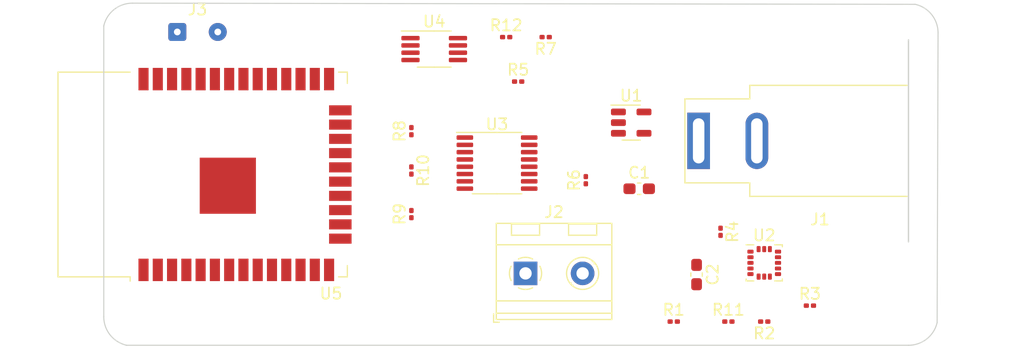
<source format=kicad_pcb>
(kicad_pcb (version 20211014) (generator pcbnew)
  (layers (0 "F.Cu" signal) (31 "B.Cu" signal) (34 "B.Paste" user) (35 "F.Paste" user) (36 "B.SilkS" user "B.Silkscreen") (37 "F.SilkS" user "F.Silkscreen") (38 "B.Mask" user) (39 "F.Mask" user) (44 "Edge.Cuts" user))
  (net 0 "")
  (net 1 "Net-(C1-Pad1)")
  (net 2 "GND")
  (net 3 "+3V3")
  (net 4 "Net-(J2-Pad1)")
  (net 5 "Net-(J2-Pad2)")
  (net 6 "Net-(J3-Pad1)")
  (net 7 "Net-(J3-Pad2)")
  (net 8 "/SCL")
  (net 9 "/SDA")
  (net 10 "Net-(R3-Pad1)")
  (net 11 "Net-(R5-Pad1)")
  (net 12 "Net-(R8-Pad1)")
  (net 13 "Net-(R9-Pad1)")
  (net 14 "Net-(R10-Pad1)")
  (footprint "Resistor_SMD:R_0201_0603Metric" (layer "F.Cu") (at 179.415 113.0554)
    (fp_text reference "R3" (at 0 -1.05) (layer "F.SilkS"))
    (fp_text value "10k")
    (pad "1" smd roundrect (at -0.32 0) (size 0.46 0.4) (layers "F.Cu" "F.Mask") (net 10 "Net-(R3-Pad1)"))
    (pad "2" smd roundrect (at 0.32 0) (size 0.46 0.4) (layers "F.Cu" "F.Mask") (net 2 "GND"))
  )
  (footprint "Resistor_SMD:R_0201_0603Metric" (layer "F.Cu") (at 152.3894 89.1286)
    (fp_text reference "R12" (at 0 -1.05) (layer "F.SilkS"))
    (fp_text value "10k")
    (pad "1" smd roundrect (at -0.32 0) (size 0.46 0.4) (layers "F.Cu" "F.Mask") (net 3 "+3V3"))
    (pad "2" smd roundrect (at 0.32 0) (size 0.46 0.4) (layers "F.Cu" "F.Mask") (net 9 "/SDA"))
  )
  (footprint "TerminalBlock_RND:TerminalBlock_RND_205-00232_1x02_P5.08mm_Horizontal" (layer "F.Cu") (at 154.1116 110.1824)
    (fp_text reference "J2" (at 2.54 -5.46) (layer "F.SilkS"))
    (fp_text value "Screw_Terminal_01x02")
    (fp_line (start -1.25 -4.4) (end 1.25 -4.4) (layer "F.SilkS") (width 0.12))
    (fp_line (start -2.6 2.45) (end 7.68 2.45) (layer "F.SilkS") (width 0.12))
    (fp_line (start 3.83 -4.4) (end 6.33 -4.4) (layer "F.SilkS") (width 0.12))
    (fp_line (start -2.6 -4.46) (end -2.6 4.11) (layer "F.SilkS") (width 0.12))
    (fp_line (start -1.25 -3.4) (end 1.25 -3.4) (layer "F.SilkS") (width 0.12))
    (fp_line (start 1.25 -4.4) (end 1.25 -3.4) (layer "F.SilkS") (width 0.12))
    (fp_line (start -2.6 -2.55) (end 7.68 -2.55) (layer "F.SilkS") (width 0.12))
    (fp_line (start -2.84 4.35) (end -2.34 4.35) (layer "F.SilkS") (width 0.12))
    (fp_line (start 4.21 1.045) (end 4.17 1.085) (layer "F.SilkS") (width 0.12))
    (fp_line (start -1.25 -4.4) (end -1.25 -3.4) (layer "F.SilkS") (width 0.12))
    (fp_line (start 5.991 -1.085) (end 5.951 -1.045) (layer "F.SilkS") (width 0.12))
    (fp_line (start -2.6 -4.46) (end 7.68 -4.46) (layer "F.SilkS") (width 0.12))
    (fp_line (start 7.68 -4.46) (end 7.68 4.11) (layer "F.SilkS") (width 0.12))
    (fp_line (start -2.6 3.55) (end 7.68 3.55) (layer "F.SilkS") (width 0.12))
    (fp_line (start 6.33 -4.4) (end 6.33 -3.4) (layer "F.SilkS") (width 0.12))
    (fp_line (start 4.056 0.85) (end 3.996 0.91) (layer "F.SilkS") (width 0.12))
    (fp_line (start -2.6 4.11) (end 7.68 4.11) (layer "F.SilkS") (width 0.12))
    (fp_line (start -2.84 3.61) (end -2.84 4.35) (layer "F.SilkS") (width 0.12))
    (fp_line (start 3.83 -4.4) (end 3.83 -3.4) (layer "F.SilkS") (width 0.12))
    (fp_line (start 3.83 -3.4) (end 6.33 -3.4) (layer "F.SilkS") (width 0.12))
    (fp_line (start 6.165 -0.91) (end 6.105 -0.851) (layer "F.SilkS") (width 0.12))
    (fp_arc (start 1.285823 -0.627362) (mid 1.430707 -0.000201) (end 1.286 0.627) (layer "F.SilkS") (width 0.12))
    (fp_arc (start 0.02428 1.43094) (mid -0.310437 1.397071) (end -0.628 1.286) (layer "F.SilkS") (width 0.12))
    (fp_arc (start -1.286611 0.626746) (mid -1.431146 -0.000698) (end -1.286 -0.628) (layer "F.SilkS") (width 0.12))
    (fp_arc (start -0.627362 -1.285823) (mid -0.000201 -1.430707) (end 0.627 -1.286) (layer "F.SilkS") (width 0.12))
    (fp_arc (start 0.626871 1.285275) (mid 0.32168 1.393349) (end 0 1.43) (layer "F.SilkS") (width 0.12))
    (fp_circle (center 5.08 0) (end 6.51 0) (layer "F.SilkS") (width 0.12) (fill none))
    (pad "1" thru_hole rect (at 0 0) (size 2.1 2.1) (drill 1.1) (layers *.Cu *.Mask) (net 4 "Net-(J2-Pad1)"))
    (pad "2" thru_hole circle (at 5.08 0) (size 2.1 2.1) (drill 1.1) (layers *.Cu *.Mask) (net 5 "Net-(J2-Pad2)"))
  )
  (footprint "Resistor_SMD:R_0201_0603Metric" (layer "F.Cu") (at 159.476 101.8794 90)
    (fp_text reference "R6" (at 0 -1.05 90) (layer "F.SilkS"))
    (fp_text value "10k")
    (pad "1" smd roundrect (at -0.32 0 90) (size 0.46 0.4) (layers "F.Cu" "F.Mask") (net 3 "+3V3"))
    (pad "2" smd roundrect (at 0.32 0 90) (size 0.46 0.4) (layers "F.Cu" "F.Mask") (net 2 "GND"))
  )
  (footprint "Connector_BarrelJack:BarrelJack_SwitchcraftConxall_RAPC10U_Horizontal" (layer "F.Cu") (at 169.515 98.3742 180)
    (fp_text reference "J1" (at -10.8 -7) (layer "F.SilkS"))
    (fp_text value "Barrel_Jack")
    (fp_line (start -4.55 -3.74) (end -4.55 -4.945) (layer "F.SilkS") (width 0.12))
    (fp_line (start -4.55 -4.945) (end -18.55 -4.945) (layer "F.SilkS") (width 0.12))
    (fp_line (start -18.55 4.945) (end -4.55 4.945) (layer "F.SilkS") (width 0.12))
    (fp_line (start -4.55 3.74) (end 1.22 3.74) (layer "F.SilkS") (width 0.12))
    (fp_line (start -4.55 4.945) (end -4.55 3.74) (layer "F.SilkS") (width 0.12))
    (fp_line (start 1.22 3.74) (end 1.22 -3.74) (layer "F.SilkS") (width 0.12))
    (fp_line (start 1.22 -3.74) (end -4.55 -3.74) (layer "F.SilkS") (width 0.12))
    (fp_line (start -18.67 -9) (end -18.67 9) (layer "Edge.Cuts") (width 0.12))
    (pad "1" thru_hole rect (at 0 0 180) (size 2.02 5.02) (drill oval 1.02 4.02) (layers *.Cu *.Mask) (net 1 "Net-(C1-Pad1)"))
    (pad "2" thru_hole oval (at -5.18 0 180) (size 2.02 5.02) (drill oval 1.02 4.02) (layers *.Cu *.Mask) (net 2 "GND"))
  )
  (footprint "RF_Module:ESP32-WROOM-32" (layer "F.Cu") (at 128.3786 101.3714 90)
    (fp_text reference "U5" (at -10.61 8.43) (layer "F.SilkS"))
    (fp_text value "ESP32-WROOM-32")
    (fp_line (start -9.12 9.1) (end -9.12 9.88) (layer "F.SilkS") (width 0.12))
    (fp_line (start -9.12 -15.865) (end 9.12 -15.865) (layer "F.SilkS") (width 0.12))
    (fp_line (start 9.12 9.88) (end 8.12 9.88) (layer "F.SilkS") (width 0.12))
    (fp_line (start -9.12 9.88) (end -8.12 9.88) (layer "F.SilkS") (width 0.12))
    (fp_line (start 9.12 9.1) (end 9.12 9.88) (layer "F.SilkS") (width 0.12))
    (fp_line (start -9.12 -9.445) (end -9.5 -9.445) (layer "F.SilkS") (width 0.12))
    (fp_line (start -9.12 -15.865) (end -9.12 -9.445) (layer "F.SilkS") (width 0.12))
    (fp_line (start 9.12 -15.865) (end 9.12 -9.445) (layer "F.SilkS") (width 0.12))
    (pad "1" smd rect (at -8.5 -8.255 90) (size 2 0.9) (layers "F.Cu" "F.Paste" "F.Mask") (net 2 "GND"))
    (pad "2" smd rect (at -8.5 -6.985 90) (size 2 0.9) (layers "F.Cu" "F.Paste" "F.Mask") (net 3 "+3V3"))
    (pad "3" smd rect (at -8.5 -5.715 90) (size 2 0.9) (layers "F.Cu" "F.Paste" "F.Mask") (net 3 "+3V3"))
    (pad "4" smd rect (at -8.5 -4.445 90) (size 2 0.9) (layers "F.Cu" "F.Paste" "F.Mask"))
    (pad "5" smd rect (at -8.5 -3.175 90) (size 2 0.9) (layers "F.Cu" "F.Paste" "F.Mask"))
    (pad "6" smd rect (at -8.5 -1.905 90) (size 2 0.9) (layers "F.Cu" "F.Paste" "F.Mask"))
    (pad "7" smd rect (at -8.5 -0.635 90) (size 2 0.9) (layers "F.Cu" "F.Paste" "F.Mask"))
    (pad "8" smd rect (at -8.5 0.635 90) (size 2 0.9) (layers "F.Cu" "F.Paste" "F.Mask"))
    (pad "9" smd rect (at -8.5 1.905 90) (size 2 0.9) (layers "F.Cu" "F.Paste" "F.Mask"))
    (pad "10" smd rect (at -8.5 3.175 90) (size 2 0.9) (layers "F.Cu" "F.Paste" "F.Mask"))
    (pad "11" smd rect (at -8.5 4.445 90) (size 2 0.9) (layers "F.Cu" "F.Paste" "F.Mask"))
    (pad "12" smd rect (at -8.5 5.715 90) (size 2 0.9) (layers "F.Cu" "F.Paste" "F.Mask"))
    (pad "13" smd rect (at -8.5 6.985 90) (size 2 0.9) (layers "F.Cu" "F.Paste" "F.Mask"))
    (pad "14" smd rect (at -8.5 8.255 90) (size 2 0.9) (layers "F.Cu" "F.Paste" "F.Mask"))
    (pad "15" smd rect (at -5.715 9.255 180) (size 2 0.9) (layers "F.Cu" "F.Paste" "F.Mask") (net 2 "GND"))
    (pad "16" smd rect (at -4.445 9.255 180) (size 2 0.9) (layers "F.Cu" "F.Paste" "F.Mask"))
    (pad "17" smd rect (at -3.175 9.255 180) (size 2 0.9) (layers "F.Cu" "F.Paste" "F.Mask"))
    (pad "18" smd rect (at -1.905 9.255 180) (size 2 0.9) (layers "F.Cu" "F.Paste" "F.Mask"))
    (pad "19" smd rect (at -0.635 9.255 180) (size 2 0.9) (layers "F.Cu" "F.Paste" "F.Mask"))
    (pad "20" smd rect (at 0.635 9.255 180) (size 2 0.9) (layers "F.Cu" "F.Paste" "F.Mask"))
    (pad "21" smd rect (at 1.905 9.255 180) (size 2 0.9) (layers "F.Cu" "F.Paste" "F.Mask"))
    (pad "22" smd rect (at 3.175 9.255 180) (size 2 0.9) (layers "F.Cu" "F.Paste" "F.Mask"))
    (pad "23" smd rect (at 4.445 9.255 180) (size 2 0.9) (layers "F.Cu" "F.Paste" "F.Mask"))
    (pad "24" smd rect (at 5.715 9.255 180) (size 2 0.9) (layers "F.Cu" "F.Paste" "F.Mask"))
    (pad "25" smd rect (at 8.5 8.255 90) (size 2 0.9) (layers "F.Cu" "F.Paste" "F.Mask"))
    (pad "26" smd rect (at 8.5 6.985 90) (size 2 0.9) (layers "F.Cu" "F.Paste" "F.Mask"))
    (pad "27" smd rect (at 8.5 5.715 90) (size 2 0.9) (layers "F.Cu" "F.Paste" "F.Mask"))
    (pad "28" smd rect (at 8.5 4.445 90) (size 2 0.9) (layers "F.Cu" "F.Paste" "F.Mask"))
    (pad "29" smd rect (at 8.5 3.175 90) (size 2 0.9) (layers "F.Cu" "F.Paste" "F.Mask"))
    (pad "30" smd rect (at 8.5 1.905 90) (size 2 0.9) (layers "F.Cu" "F.Paste" "F.Mask"))
    (pad "31" smd rect (at 8.5 0.635 90) (size 2 0.9) (layers "F.Cu" "F.Paste" "F.Mask"))
    (pad "32" smd rect (at 8.5 -0.635 90) (size 2 0.9) (layers "F.Cu" "F.Paste" "F.Mask"))
    (pad "33" smd rect (at 8.5 -1.905 90) (size 2 0.9) (layers "F.Cu" "F.Paste" "F.Mask") (net 9 "/SDA"))
    (pad "34" smd rect (at 8.5 -3.175 90) (size 2 0.9) (layers "F.Cu" "F.Paste" "F.Mask") (net 7 "Net-(J3-Pad2)"))
    (pad "35" smd rect (at 8.5 -4.445 90) (size 2 0.9) (layers "F.Cu" "F.Paste" "F.Mask") (net 6 "Net-(J3-Pad1)"))
    (pad "36" smd rect (at 8.5 -5.715 90) (size 2 0.9) (layers "F.Cu" "F.Paste" "F.Mask") (net 8 "/SCL"))
    (pad "37" smd rect (at 8.5 -6.985 90) (size 2 0.9) (layers "F.Cu" "F.Paste" "F.Mask"))
    (pad "38" smd rect (at 8.5 -8.255 90) (size 2 0.9) (layers "F.Cu" "F.Paste" "F.Mask") (net 2 "GND"))
    (pad "39" smd rect (at -1 -0.755 90) (size 5 5) (layers "F.Cu" "F.Paste" "F.Mask") (net 2 "GND"))
  )
  (footprint "Package_SO:TSSOP-16_4.4x5mm_P0.65mm" (layer "F.Cu") (at 151.5766 100.3554)
    (fp_text reference "U3" (at 0 -3.45) (layer "F.SilkS"))
    (fp_text value "INA260")
    (fp_line (start 0 2.735) (end -2.2 2.735) (layer "F.SilkS") (width 0.12))
    (fp_line (start 0 -2.735) (end 2.2 -2.735) (layer "F.SilkS") (width 0.12))
    (fp_line (start 0 2.735) (end 2.2 2.735) (layer "F.SilkS") (width 0.12))
    (fp_line (start 0 -2.735) (end -3.6 -2.735) (layer "F.SilkS") (width 0.12))
    (pad "1" smd roundrect (at -2.8625 -2.275) (size 1.475 0.4) (layers "F.Cu" "F.Paste" "F.Mask") (net 5 "Net-(J2-Pad2)"))
    (pad "2" smd roundrect (at -2.8625 -1.625) (size 1.475 0.4) (layers "F.Cu" "F.Paste" "F.Mask") (net 5 "Net-(J2-Pad2)"))
    (pad "3" smd roundrect (at -2.8625 -0.975) (size 1.475 0.4) (layers "F.Cu" "F.Paste" "F.Mask") (net 5 "Net-(J2-Pad2)"))
    (pad "4" smd roundrect (at -2.8625 -0.325) (size 1.475 0.4) (layers "F.Cu" "F.Paste" "F.Mask") (net 13 "Net-(R9-Pad1)"))
    (pad "5" smd roundrect (at -2.8625 0.325) (size 1.475 0.4) (layers "F.Cu" "F.Paste" "F.Mask") (net 14 "Net-(R10-Pad1)"))
    (pad "6" smd roundrect (at -2.8625 0.975) (size 1.475 0.4) (layers "F.Cu" "F.Paste" "F.Mask") (net 2 "GND"))
    (pad "7" smd roundrect (at -2.8625 1.625) (size 1.475 0.4) (layers "F.Cu" "F.Paste" "F.Mask"))
    (pad "8" smd roundrect (at -2.8625 2.275) (size 1.475 0.4) (layers "F.Cu" "F.Paste" "F.Mask") (net 9 "/SDA"))
    (pad "9" smd roundrect (at 2.8625 2.275) (size 1.475 0.4) (layers "F.Cu" "F.Paste" "F.Mask") (net 8 "/SCL"))
    (pad "10" smd roundrect (at 2.8625 1.625) (size 1.475 0.4) (layers "F.Cu" "F.Paste" "F.Mask") (net 3 "+3V3"))
    (pad "11" smd roundrect (at 2.8625 0.975) (size 1.475 0.4) (layers "F.Cu" "F.Paste" "F.Mask") (net 2 "GND"))
    (pad "12" smd roundrect (at 2.8625 0.325) (size 1.475 0.4) (layers "F.Cu" "F.Paste" "F.Mask") (net 5 "Net-(J2-Pad2)"))
    (pad "13" smd roundrect (at 2.8625 -0.325) (size 1.475 0.4) (layers "F.Cu" "F.Paste" "F.Mask"))
    (pad "14" smd roundrect (at 2.8625 -0.975) (size 1.475 0.4) (layers "F.Cu" "F.Paste" "F.Mask") (net 4 "Net-(J2-Pad1)"))
    (pad "15" smd roundrect (at 2.8625 -1.625) (size 1.475 0.4) (layers "F.Cu" "F.Paste" "F.Mask") (net 4 "Net-(J2-Pad1)"))
    (pad "16" smd roundrect (at 2.8625 -2.275) (size 1.475 0.4) (layers "F.Cu" "F.Paste" "F.Mask") (net 4 "Net-(J2-Pad1)"))
  )
  (footprint "Package_TO_SOT_SMD:SOT-23-5" (layer "F.Cu") (at 163.5146 96.7486)
    (fp_text reference "U1" (at 0 -2.4) (layer "F.SilkS"))
    (fp_text value "TLV70033_SOT23-5")
    (fp_line (start 0 -1.56) (end 0.8 -1.56) (layer "F.SilkS") (width 0.12))
    (fp_line (start 0 -1.56) (end -1.8 -1.56) (layer "F.SilkS") (width 0.12))
    (fp_line (start 0 1.56) (end 0.8 1.56) (layer "F.SilkS") (width 0.12))
    (fp_line (start 0 1.56) (end -0.8 1.56) (layer "F.SilkS") (width 0.12))
    (pad "1" smd roundrect (at -1.1375 -0.95) (size 1.325 0.6) (layers "F.Cu" "F.Paste" "F.Mask") (net 1 "Net-(C1-Pad1)"))
    (pad "2" smd roundrect (at -1.1375 0) (size 1.325 0.6) (layers "F.Cu" "F.Paste" "F.Mask") (net 2 "GND"))
    (pad "3" smd roundrect (at -1.1375 0.95) (size 1.325 0.6) (layers "F.Cu" "F.Paste" "F.Mask") (net 1 "Net-(C1-Pad1)"))
    (pad "4" smd roundrect (at 1.1375 0.95) (size 1.325 0.6) (layers "F.Cu" "F.Paste" "F.Mask"))
    (pad "5" smd roundrect (at 1.1375 -0.95) (size 1.325 0.6) (layers "F.Cu" "F.Paste" "F.Mask") (net 3 "+3V3"))
  )
  (footprint "Resistor_SMD:R_0201_0603Metric" (layer "F.Cu") (at 175.351 114.4778 180)
    (fp_text reference "R2" (at 0 -1.05) (layer "F.SilkS"))
    (fp_text value "10k")
    (pad "1" smd roundrect (at -0.32 0 180) (size 0.46 0.4) (layers "F.Cu" "F.Mask") (net 3 "+3V3"))
    (pad "2" smd roundrect (at 0.32 0 180) (size 0.46 0.4) (layers "F.Cu" "F.Mask") (net 9 "/SDA"))
  )
  (footprint "Resistor_SMD:R_0201_0603Metric" (layer "F.Cu") (at 153.4562 93.091)
    (fp_text reference "R5" (at 0 -1.05) (layer "F.SilkS"))
    (fp_text value "10k")
    (pad "1" smd roundrect (at -0.32 0) (size 0.46 0.4) (layers "F.Cu" "F.Mask") (net 11 "Net-(R5-Pad1)"))
    (pad "2" smd roundrect (at 0.32 0) (size 0.46 0.4) (layers "F.Cu" "F.Mask") (net 2 "GND"))
  )
  (footprint "Connector_Wire:SolderWire-0.1sqmm_1x02_P3.6mm_D0.4mm_OD1mm" (layer "F.Cu") (at 123.1286 88.6714)
    (fp_text reference "J3" (at 1.8 -2) (layer "F.SilkS"))
    (fp_text value "Conn_01x02")
    (pad "1" thru_hole roundrect (at 0 0) (size 1.6 1.6) (drill 0.6) (layers *.Cu *.Mask) (roundrect_rratio 0.15625) (net 6 "Net-(J3-Pad1)"))
    (pad "2" thru_hole circle (at 3.6 0) (size 1.6 1.6) (drill 0.6) (layers *.Cu *.Mask) (net 7 "Net-(J3-Pad2)"))
  )
  (footprint "Resistor_SMD:R_0201_0603Metric" (layer "F.Cu") (at 171.4648 106.4768 -90)
    (fp_text reference "R4" (at 0 -1.05 90) (layer "F.SilkS"))
    (fp_text value "10k")
    (pad "1" smd roundrect (at -0.32 0 270) (size 0.46 0.4) (layers "F.Cu" "F.Mask") (net 3 "+3V3"))
    (pad "2" smd roundrect (at 0.32 0 270) (size 0.46 0.4) (layers "F.Cu" "F.Mask") (net 8 "/SCL"))
  )
  (footprint "Capacitor_SMD:C_0603_1608Metric_Pad1.08x0.95mm_HandSolder" (layer "F.Cu") (at 164.2258 102.6414)
    (fp_text reference "C1" (at 0 -1.43) (layer "F.SilkS"))
    (fp_text value "10uF")
    (fp_line (start -0.146267 -0.51) (end 0.146267 -0.51) (layer "F.SilkS") (width 0.12))
    (fp_line (start -0.146267 0.51) (end 0.146267 0.51) (layer "F.SilkS") (width 0.12))
    (pad "1" smd roundrect (at -0.8625 0) (size 1.075 0.95) (layers "F.Cu" "F.Paste" "F.Mask") (net 1 "Net-(C1-Pad1)"))
    (pad "2" smd roundrect (at 0.8625 0) (size 1.075 0.95) (layers "F.Cu" "F.Paste" "F.Mask") (net 2 "GND"))
  )
  (footprint "Resistor_SMD:R_0201_0603Metric" (layer "F.Cu") (at 143.9566 104.902 90)
    (fp_text reference "R9" (at 0 -1.05 90) (layer "F.SilkS"))
    (fp_text value "10k")
    (pad "1" smd roundrect (at -0.32 0 90) (size 0.46 0.4) (layers "F.Cu" "F.Mask") (net 13 "Net-(R9-Pad1)"))
    (pad "2" smd roundrect (at 0.32 0 90) (size 0.46 0.4) (layers "F.Cu" "F.Mask") (net 2 "GND"))
  )
  (footprint "Resistor_SMD:R_0201_0603Metric" (layer "F.Cu") (at 155.9052 89.1286 180)
    (fp_text reference "R7" (at 0 -1.05) (layer "F.SilkS"))
    (fp_text value "10k")
    (pad "1" smd roundrect (at -0.32 0 180) (size 0.46 0.4) (layers "F.Cu" "F.Mask") (net 3 "+3V3"))
    (pad "2" smd roundrect (at 0.32 0 180) (size 0.46 0.4) (layers "F.Cu" "F.Mask") (net 9 "/SDA"))
  )
  (footprint "Resistor_SMD:R_0201_0603Metric" (layer "F.Cu") (at 172.1612 114.4778)
    (fp_text reference "R11" (at 0 -1.05) (layer "F.SilkS"))
    (fp_text value "10k")
    (pad "1" smd roundrect (at -0.32 0) (size 0.46 0.4) (layers "F.Cu" "F.Mask") (net 3 "+3V3"))
    (pad "2" smd roundrect (at 0.32 0) (size 0.46 0.4) (layers "F.Cu" "F.Mask") (net 8 "/SCL"))
  )
  (footprint "Resistor_SMD:R_0201_0603Metric" (layer "F.Cu") (at 143.9566 97.5106 90)
    (fp_text reference "R8" (at 0 -1.05 90) (layer "F.SilkS"))
    (fp_text value "10k")
    (pad "1" smd roundrect (at -0.32 0 90) (size 0.46 0.4) (layers "F.Cu" "F.Mask") (net 12 "Net-(R8-Pad1)"))
    (pad "2" smd roundrect (at 0.32 0 90) (size 0.46 0.4) (layers "F.Cu" "F.Mask") (net 2 "GND"))
  )
  (footprint "Package_SO:MSOP-8_3x3mm_P0.65mm" (layer "F.Cu") (at 145.9886 90.1954)
    (fp_text reference "U4" (at 0 -2.45) (layer "F.SilkS"))
    (fp_text value "MCP9808_MSOP")
    (fp_line (start 0 1.61) (end -1.5 1.61) (layer "F.SilkS") (width 0.12))
    (fp_line (start 0 1.61) (end 1.5 1.61) (layer "F.SilkS") (width 0.12))
    (fp_line (start 0 -1.61) (end -2.925 -1.61) (layer "F.SilkS") (width 0.12))
    (fp_line (start 0 -1.61) (end 1.5 -1.61) (layer "F.SilkS") (width 0.12))
    (pad "1" smd roundrect (at -2.1125 -0.975) (size 1.625 0.4) (layers "F.Cu" "F.Paste" "F.Mask") (net 9 "/SDA"))
    (pad "2" smd roundrect (at -2.1125 -0.325) (size 1.625 0.4) (layers "F.Cu" "F.Paste" "F.Mask") (net 8 "/SCL"))
    (pad "3" smd roundrect (at -2.1125 0.325) (size 1.625 0.4) (layers "F.Cu" "F.Paste" "F.Mask"))
    (pad "4" smd roundrect (at -2.1125 0.975) (size 1.625 0.4) (layers "F.Cu" "F.Paste" "F.Mask") (net 2 "GND"))
    (pad "5" smd roundrect (at 2.1125 0.975) (size 1.625 0.4) (layers "F.Cu" "F.Paste" "F.Mask") (net 12 "Net-(R8-Pad1)"))
    (pad "6" smd roundrect (at 2.1125 0.325) (size 1.625 0.4) (layers "F.Cu" "F.Paste" "F.Mask") (net 3 "+3V3"))
    (pad "7" smd roundrect (at 2.1125 -0.325) (size 1.625 0.4) (layers "F.Cu" "F.Paste" "F.Mask") (net 11 "Net-(R5-Pad1)"))
    (pad "8" smd roundrect (at 2.1125 -0.975) (size 1.625 0.4) (layers "F.Cu" "F.Paste" "F.Mask") (net 3 "+3V3"))
  )
  (footprint "Resistor_SMD:R_0201_0603Metric" (layer "F.Cu") (at 143.9566 101.0158 -90)
    (fp_text reference "R10" (at 0 -1.05 90) (layer "F.SilkS"))
    (fp_text value "10k")
    (pad "1" smd roundrect (at -0.32 0 270) (size 0.46 0.4) (layers "F.Cu" "F.Mask") (net 14 "Net-(R10-Pad1)"))
    (pad "2" smd roundrect (at 0.32 0 270) (size 0.46 0.4) (layers "F.Cu" "F.Mask") (net 2 "GND"))
  )
  (footprint "Package_LGA:LGA-16_3x3mm_P0.5mm_LayoutBorder3x5y" (layer "F.Cu") (at 175.351 109.2454)
    (fp_text reference "U2" (at 0 -2.45) (layer "F.SilkS"))
    (fp_text value "LIS3DH")
    (fp_line (start -0.935 1.61) (end -1.61 1.61) (layer "F.SilkS") (width 0.12))
    (fp_line (start 1.61 -1.61) (end 1.61 -1.435) (layer "F.SilkS") (width 0.12))
    (fp_line (start 0.935 -1.61) (end 1.61 -1.61) (layer "F.SilkS") (width 0.12))
    (fp_line (start 1.61 1.61) (end 1.61 1.435) (layer "F.SilkS") (width 0.12))
    (fp_line (start 0.935 1.61) (end 1.61 1.61) (layer "F.SilkS") (width 0.12))
    (fp_line (start -0.935 -1.61) (end -1.61 -1.61) (layer "F.SilkS") (width 0.12))
    (fp_line (start -1.61 1.61) (end -1.61 1.435) (layer "F.SilkS") (width 0.12))
    (pad "1" smd roundrect (at -1.225 -1) (size 0.55 0.35) (layers "F.Cu" "F.Paste" "F.Mask") (net 3 "+3V3"))
    (pad "2" smd roundrect (at -1.225 -0.5) (size 0.55 0.35) (layers "F.Cu" "F.Paste" "F.Mask"))
    (pad "3" smd roundrect (at -1.225 0) (size 0.55 0.35) (layers "F.Cu" "F.Paste" "F.Mask"))
    (pad "4" smd roundrect (at -1.225 0.5) (size 0.55 0.35) (layers "F.Cu" "F.Paste" "F.Mask") (net 8 "/SCL"))
    (pad "5" smd roundrect (at -1.225 1) (size 0.55 0.35) (layers "F.Cu" "F.Paste" "F.Mask") (net 2 "GND"))
    (pad "6" smd roundrect (at -0.5 1.225) (size 0.35 0.55) (layers "F.Cu" "F.Paste" "F.Mask") (net 9 "/SDA"))
    (pad "7" smd roundrect (at 0 1.225) (size 0.35 0.55) (layers "F.Cu" "F.Paste" "F.Mask") (net 10 "Net-(R3-Pad1)"))
    (pad "8" smd roundrect (at 0.5 1.225) (size 0.35 0.55) (layers "F.Cu" "F.Paste" "F.Mask") (net 3 "+3V3"))
    (pad "9" smd roundrect (at 1.225 1) (size 0.55 0.35) (layers "F.Cu" "F.Paste" "F.Mask"))
    (pad "10" smd roundrect (at 1.225 0.5) (size 0.55 0.35) (layers "F.Cu" "F.Paste" "F.Mask") (net 2 "GND"))
    (pad "11" smd roundrect (at 1.225 0) (size 0.55 0.35) (layers "F.Cu" "F.Paste" "F.Mask"))
    (pad "12" smd roundrect (at 1.225 -0.5) (size 0.55 0.35) (layers "F.Cu" "F.Paste" "F.Mask") (net 2 "GND"))
    (pad "13" smd roundrect (at 1.225 -1) (size 0.55 0.35) (layers "F.Cu" "F.Paste" "F.Mask"))
    (pad "14" smd roundrect (at 0.5 -1.225) (size 0.35 0.55) (layers "F.Cu" "F.Paste" "F.Mask") (net 3 "+3V3"))
    (pad "15" smd roundrect (at 0 -1.225) (size 0.35 0.55) (layers "F.Cu" "F.Paste" "F.Mask"))
    (pad "16" smd roundrect (at -0.5 -1.225) (size 0.35 0.55) (layers "F.Cu" "F.Paste" "F.Mask"))
  )
  (footprint "Resistor_SMD:R_0201_0603Metric" (layer "F.Cu") (at 167.2992 114.4778)
    (fp_text reference "R1" (at 0 -1.05) (layer "F.SilkS"))
    (fp_text value "10k")
    (pad "1" smd roundrect (at -0.32 0) (size 0.46 0.4) (layers "F.Cu" "F.Mask") (net 3 "+3V3"))
    (pad "2" smd roundrect (at 0.32 0) (size 0.46 0.4) (layers "F.Cu" "F.Mask") (net 8 "/SCL"))
  )
  (footprint "Capacitor_SMD:C_0603_1608Metric_Pad1.08x0.95mm_HandSolder" (layer "F.Cu") (at 169.3312 110.2879 -90)
    (fp_text reference "C2" (at 0 -1.43 90) (layer "F.SilkS"))
    (fp_text value "1uF")
    (fp_line (start -0.146267 -0.51) (end 0.146267 -0.51) (layer "F.SilkS") (width 0.12))
    (fp_line (start -0.146267 0.51) (end 0.146267 0.51) (layer "F.SilkS") (width 0.12))
    (pad "1" smd roundrect (at -0.8625 0 270) (size 1.075 0.95) (layers "F.Cu" "F.Paste" "F.Mask") (net 3 "+3V3"))
    (pad "2" smd roundrect (at 0.8625 0 270) (size 1.075 0.95) (layers "F.Cu" "F.Paste" "F.Mask") (net 2 "GND"))
  )
  (gr_arc (start 188.784508 86.208394) (mid 190.246 87.122) (end 190.816508 88.748394) (layer "Edge.Cuts") (width 0.1))
  (gr_arc (start 190.735949 114.554) (mid 189.822343 116.015492) (end 188.195949 116.586) (layer "Edge.Cuts") (width 0.1))
  (gr_arc (start 118.618 116.586) (mid 117.156508 115.672394) (end 116.586 114.046) (layer "Edge.Cuts") (width 0.1))
  (gr_line (start 116.586 114.046) (end 116.586 88.138) (layer "Edge.Cuts") (width 0.1))
  (gr_line (start 188.195949 116.586) (end 118.618 116.586) (layer "Edge.Cuts") (width 0.1))
  (gr_line (start 190.735949 114.554) (end 190.816508 88.748394) (layer "Edge.Cuts") (width 0.1))
  (gr_line (start 119.126 86.106) (end 188.784508 86.208394) (layer "Edge.Cuts") (width 0.1))
  (gr_arc (start 116.586 88.138) (mid 117.499606 86.676508) (end 119.126 86.106) (layer "Edge.Cuts") (width 0.1))
)
</source>
